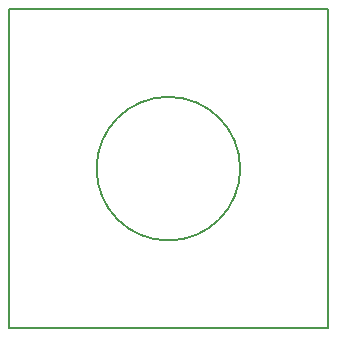
<source format=gbr>
G04 #@! TF.GenerationSoftware,KiCad,Pcbnew,5.1.9-73d0e3b20d~88~ubuntu20.04.1*
G04 #@! TF.CreationDate,2021-03-15T16:31:54+01:00*
G04 #@! TF.ProjectId,sbm-120-uv-mount,73626d2d-3132-4302-9d75-762d6d6f756e,rev?*
G04 #@! TF.SameCoordinates,Original*
G04 #@! TF.FileFunction,Profile,NP*
%FSLAX46Y46*%
G04 Gerber Fmt 4.6, Leading zero omitted, Abs format (unit mm)*
G04 Created by KiCad (PCBNEW 5.1.9-73d0e3b20d~88~ubuntu20.04.1) date 2021-03-15 16:31:54*
%MOMM*%
%LPD*%
G01*
G04 APERTURE LIST*
G04 #@! TA.AperFunction,Profile*
%ADD10C,0.150000*%
G04 #@! TD*
G04 APERTURE END LIST*
D10*
X156082763Y-100000000D02*
G75*
G03*
X156082763Y-100000000I-6082763J0D01*
G01*
X163500000Y-86500000D02*
X136500000Y-86500000D01*
X163500000Y-113500000D02*
X163500000Y-86500000D01*
X136500000Y-113500000D02*
X163500000Y-113500000D01*
X136500000Y-86500000D02*
X136500000Y-113500000D01*
M02*

</source>
